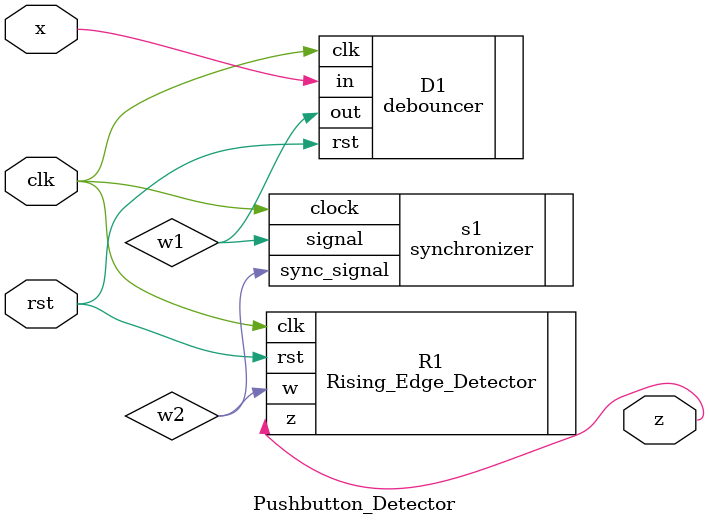
<source format=v>
`timescale 1ns / 1ps

module Pushbutton_Detector(
input clk, rst,
input x,
output z
);
wire w1,w2;
debouncer D1 (.clk(clk), .rst(rst), .in(x),.out(w1));  
synchronizer s1(.signal(w1),.clock(clk),.sync_signal(w2));
Rising_Edge_Detector R1 (.clk(clk), .rst(rst), .w(w2),.z(z));
endmodule

</source>
